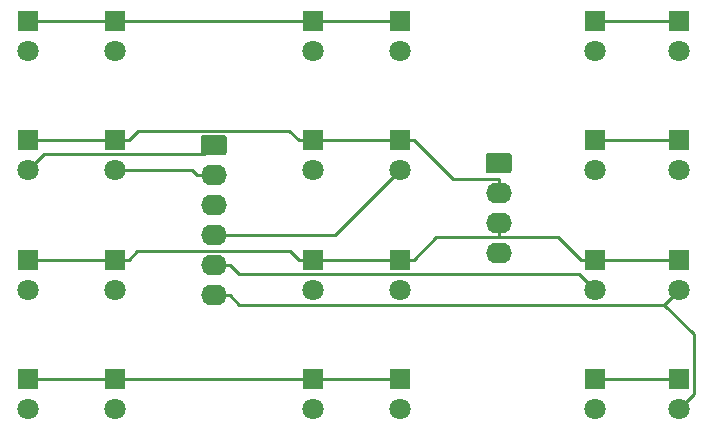
<source format=gbr>
G04 #@! TF.GenerationSoftware,KiCad,Pcbnew,(5.1.5-0-10_14)*
G04 #@! TF.CreationDate,2020-06-21T14:20:04+10:00*
G04 #@! TF.ProjectId,Caution_Light_Panel,43617574-696f-46e5-9f4c-696768745f50,rev?*
G04 #@! TF.SameCoordinates,Original*
G04 #@! TF.FileFunction,Copper,L1,Top*
G04 #@! TF.FilePolarity,Positive*
%FSLAX46Y46*%
G04 Gerber Fmt 4.6, Leading zero omitted, Abs format (unit mm)*
G04 Created by KiCad (PCBNEW (5.1.5-0-10_14)) date 2020-06-21 14:20:04*
%MOMM*%
%LPD*%
G04 APERTURE LIST*
%ADD10O,2.200000X1.740000*%
%ADD11C,0.100000*%
%ADD12C,1.800000*%
%ADD13R,1.800000X1.800000*%
%ADD14C,0.228600*%
G04 APERTURE END LIST*
D10*
X135382000Y-96774000D03*
X135382000Y-94234000D03*
X135382000Y-91694000D03*
X135382000Y-89154000D03*
X135382000Y-86614000D03*
G04 #@! TA.AperFunction,ComponentPad*
D11*
G36*
X136256505Y-83205204D02*
G01*
X136280773Y-83208804D01*
X136304572Y-83214765D01*
X136327671Y-83223030D01*
X136349850Y-83233520D01*
X136370893Y-83246132D01*
X136390599Y-83260747D01*
X136408777Y-83277223D01*
X136425253Y-83295401D01*
X136439868Y-83315107D01*
X136452480Y-83336150D01*
X136462970Y-83358329D01*
X136471235Y-83381428D01*
X136477196Y-83405227D01*
X136480796Y-83429495D01*
X136482000Y-83453999D01*
X136482000Y-84694001D01*
X136480796Y-84718505D01*
X136477196Y-84742773D01*
X136471235Y-84766572D01*
X136462970Y-84789671D01*
X136452480Y-84811850D01*
X136439868Y-84832893D01*
X136425253Y-84852599D01*
X136408777Y-84870777D01*
X136390599Y-84887253D01*
X136370893Y-84901868D01*
X136349850Y-84914480D01*
X136327671Y-84924970D01*
X136304572Y-84933235D01*
X136280773Y-84939196D01*
X136256505Y-84942796D01*
X136232001Y-84944000D01*
X134531999Y-84944000D01*
X134507495Y-84942796D01*
X134483227Y-84939196D01*
X134459428Y-84933235D01*
X134436329Y-84924970D01*
X134414150Y-84914480D01*
X134393107Y-84901868D01*
X134373401Y-84887253D01*
X134355223Y-84870777D01*
X134338747Y-84852599D01*
X134324132Y-84832893D01*
X134311520Y-84811850D01*
X134301030Y-84789671D01*
X134292765Y-84766572D01*
X134286804Y-84742773D01*
X134283204Y-84718505D01*
X134282000Y-84694001D01*
X134282000Y-83453999D01*
X134283204Y-83429495D01*
X134286804Y-83405227D01*
X134292765Y-83381428D01*
X134301030Y-83358329D01*
X134311520Y-83336150D01*
X134324132Y-83315107D01*
X134338747Y-83295401D01*
X134355223Y-83277223D01*
X134373401Y-83260747D01*
X134393107Y-83246132D01*
X134414150Y-83233520D01*
X134436329Y-83223030D01*
X134459428Y-83214765D01*
X134483227Y-83208804D01*
X134507495Y-83205204D01*
X134531999Y-83204000D01*
X136232001Y-83204000D01*
X136256505Y-83205204D01*
G37*
G04 #@! TD.AperFunction*
D10*
X159512000Y-93218000D03*
X159512000Y-90678000D03*
X159512000Y-88138000D03*
G04 #@! TA.AperFunction,ComponentPad*
D11*
G36*
X160386505Y-84729204D02*
G01*
X160410773Y-84732804D01*
X160434572Y-84738765D01*
X160457671Y-84747030D01*
X160479850Y-84757520D01*
X160500893Y-84770132D01*
X160520599Y-84784747D01*
X160538777Y-84801223D01*
X160555253Y-84819401D01*
X160569868Y-84839107D01*
X160582480Y-84860150D01*
X160592970Y-84882329D01*
X160601235Y-84905428D01*
X160607196Y-84929227D01*
X160610796Y-84953495D01*
X160612000Y-84977999D01*
X160612000Y-86218001D01*
X160610796Y-86242505D01*
X160607196Y-86266773D01*
X160601235Y-86290572D01*
X160592970Y-86313671D01*
X160582480Y-86335850D01*
X160569868Y-86356893D01*
X160555253Y-86376599D01*
X160538777Y-86394777D01*
X160520599Y-86411253D01*
X160500893Y-86425868D01*
X160479850Y-86438480D01*
X160457671Y-86448970D01*
X160434572Y-86457235D01*
X160410773Y-86463196D01*
X160386505Y-86466796D01*
X160362001Y-86468000D01*
X158661999Y-86468000D01*
X158637495Y-86466796D01*
X158613227Y-86463196D01*
X158589428Y-86457235D01*
X158566329Y-86448970D01*
X158544150Y-86438480D01*
X158523107Y-86425868D01*
X158503401Y-86411253D01*
X158485223Y-86394777D01*
X158468747Y-86376599D01*
X158454132Y-86356893D01*
X158441520Y-86335850D01*
X158431030Y-86313671D01*
X158422765Y-86290572D01*
X158416804Y-86266773D01*
X158413204Y-86242505D01*
X158412000Y-86218001D01*
X158412000Y-84977999D01*
X158413204Y-84953495D01*
X158416804Y-84929227D01*
X158422765Y-84905428D01*
X158431030Y-84882329D01*
X158441520Y-84860150D01*
X158454132Y-84839107D01*
X158468747Y-84819401D01*
X158485223Y-84801223D01*
X158503401Y-84784747D01*
X158523107Y-84770132D01*
X158544150Y-84757520D01*
X158566329Y-84747030D01*
X158589428Y-84738765D01*
X158613227Y-84732804D01*
X158637495Y-84729204D01*
X158661999Y-84728000D01*
X160362001Y-84728000D01*
X160386505Y-84729204D01*
G37*
G04 #@! TD.AperFunction*
D12*
X174752000Y-106420000D03*
D13*
X174752000Y-103880000D03*
D12*
X174752000Y-96310400D03*
D13*
X174752000Y-93770400D03*
D12*
X174752000Y-86200400D03*
D13*
X174752000Y-83660400D03*
D12*
X174752000Y-76100400D03*
D13*
X174752000Y-73560400D03*
D12*
X167640000Y-106420000D03*
D13*
X167640000Y-103880000D03*
D12*
X167640000Y-96310400D03*
D13*
X167640000Y-93770400D03*
D12*
X167640000Y-86200400D03*
D13*
X167640000Y-83660400D03*
D12*
X167640000Y-76100400D03*
D13*
X167640000Y-73560400D03*
D12*
X151130000Y-106420000D03*
D13*
X151130000Y-103880000D03*
D12*
X151130000Y-96310400D03*
D13*
X151130000Y-93770400D03*
D12*
X151130000Y-86200400D03*
D13*
X151130000Y-83660400D03*
D12*
X151130000Y-76100400D03*
D13*
X151130000Y-73560400D03*
D12*
X143764000Y-106420000D03*
D13*
X143764000Y-103880000D03*
D12*
X143764000Y-96310400D03*
D13*
X143764000Y-93770400D03*
D12*
X143764000Y-86200400D03*
D13*
X143764000Y-83660400D03*
D12*
X143764000Y-76100400D03*
D13*
X143764000Y-73560400D03*
D12*
X127000000Y-106420000D03*
D13*
X127000000Y-103880000D03*
D12*
X127000000Y-96310400D03*
D13*
X127000000Y-93770400D03*
D12*
X127000000Y-86200400D03*
D13*
X127000000Y-83660400D03*
D12*
X127000000Y-76100400D03*
D13*
X127000000Y-73560400D03*
D12*
X119634000Y-106420000D03*
D13*
X119634000Y-103880000D03*
D12*
X119634000Y-96310400D03*
D13*
X119634000Y-93770400D03*
D12*
X119634000Y-86200400D03*
D13*
X119634000Y-83660400D03*
D12*
X119634000Y-76100400D03*
D13*
X119634000Y-73560400D03*
D14*
X167640000Y-73560400D02*
X174752000Y-73560400D01*
X143764000Y-73560400D02*
X151130000Y-73560400D01*
X127000000Y-73560400D02*
X143764000Y-73560400D01*
X119634000Y-73560400D02*
X127000000Y-73560400D01*
X119634000Y-86200400D02*
X120981500Y-84852900D01*
X120981500Y-84852900D02*
X134603100Y-84852900D01*
X134603100Y-84852900D02*
X135382000Y-84074000D01*
X167640000Y-83660400D02*
X174752000Y-83660400D01*
X127000000Y-83660400D02*
X128192400Y-83660400D01*
X128192400Y-83660400D02*
X128961000Y-82891800D01*
X128961000Y-82891800D02*
X141803000Y-82891800D01*
X141803000Y-82891800D02*
X142571600Y-83660400D01*
X119634000Y-83660400D02*
X127000000Y-83660400D01*
X143764000Y-83660400D02*
X142571600Y-83660400D01*
X151130000Y-83660400D02*
X152322400Y-83660400D01*
X159512000Y-88138000D02*
X159512000Y-86975600D01*
X152322400Y-83660400D02*
X155637600Y-86975600D01*
X155637600Y-86975600D02*
X159512000Y-86975600D01*
X143764000Y-83660400D02*
X151130000Y-83660400D01*
X143764000Y-93770400D02*
X142571600Y-93770400D01*
X127000000Y-93770400D02*
X128192400Y-93770400D01*
X128192400Y-93770400D02*
X128901800Y-93061000D01*
X128901800Y-93061000D02*
X141862200Y-93061000D01*
X141862200Y-93061000D02*
X142571600Y-93770400D01*
X119634000Y-93770400D02*
X127000000Y-93770400D01*
X151130000Y-93770400D02*
X152322400Y-93770400D01*
X152322400Y-93770400D02*
X154252400Y-91840400D01*
X154252400Y-91840400D02*
X159512000Y-91840400D01*
X143764000Y-93770400D02*
X151130000Y-93770400D01*
X167640000Y-93770400D02*
X166447600Y-93770400D01*
X159512000Y-90678000D02*
X159512000Y-91840400D01*
X166447600Y-93770400D02*
X164517600Y-91840400D01*
X164517600Y-91840400D02*
X159512000Y-91840400D01*
X174752000Y-93770400D02*
X167640000Y-93770400D01*
X143764000Y-103880000D02*
X151130000Y-103880000D01*
X127000000Y-103880000D02*
X143764000Y-103880000D01*
X119634000Y-103880000D02*
X127000000Y-103880000D01*
X167640000Y-103880000D02*
X174752000Y-103880000D01*
X135382000Y-86614000D02*
X133989600Y-86614000D01*
X127000000Y-86200400D02*
X133576000Y-86200400D01*
X133576000Y-86200400D02*
X133989600Y-86614000D01*
X151130000Y-86200400D02*
X145636400Y-91694000D01*
X145636400Y-91694000D02*
X135382000Y-91694000D01*
X135382000Y-94234000D02*
X136774400Y-94234000D01*
X167640000Y-96310400D02*
X166292500Y-94962900D01*
X166292500Y-94962900D02*
X137503300Y-94962900D01*
X137503300Y-94962900D02*
X136774400Y-94234000D01*
X173493200Y-97569200D02*
X137569600Y-97569200D01*
X137569600Y-97569200D02*
X136774400Y-96774000D01*
X174752000Y-96310400D02*
X173493200Y-97569200D01*
X173493200Y-97569200D02*
X176015300Y-100091300D01*
X176015300Y-100091300D02*
X176015300Y-105156700D01*
X176015300Y-105156700D02*
X174752000Y-106420000D01*
X135382000Y-96774000D02*
X136774400Y-96774000D01*
M02*

</source>
